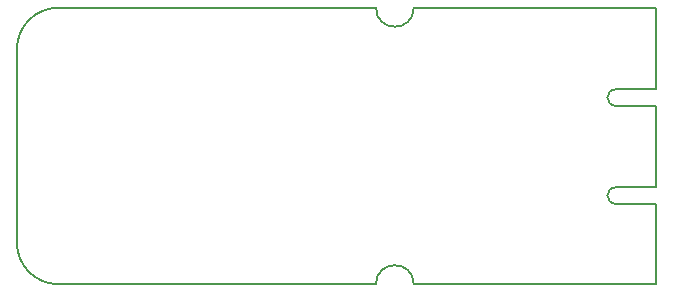
<source format=gm1>
G04 #@! TF.GenerationSoftware,KiCad,Pcbnew,5.1.6*
G04 #@! TF.CreationDate,2020-07-25T07:57:19-04:00*
G04 #@! TF.ProjectId,bldc-controller,626c6463-2d63-46f6-9e74-726f6c6c6572,rev?*
G04 #@! TF.SameCoordinates,Original*
G04 #@! TF.FileFunction,Profile,NP*
%FSLAX46Y46*%
G04 Gerber Fmt 4.6, Leading zero omitted, Abs format (unit mm)*
G04 Created by KiCad (PCBNEW 5.1.6) date 2020-07-25 07:57:19*
%MOMM*%
%LPD*%
G01*
G04 APERTURE LIST*
G04 #@! TA.AperFunction,Profile*
%ADD10C,0.152400*%
G04 #@! TD*
G04 APERTURE END LIST*
D10*
X75700000Y-108300000D02*
G75*
G02*
X75700000Y-106900000I0J700000D01*
G01*
X75700000Y-116600000D02*
G75*
G02*
X75700000Y-115200000I0J700000D01*
G01*
X79100000Y-116600000D02*
X79100000Y-123400000D01*
X79100000Y-108300000D02*
X79100000Y-115200000D01*
X75700000Y-116600000D02*
X79100000Y-116600000D01*
X79100000Y-115200000D02*
X75700000Y-115200000D01*
X75700000Y-108300000D02*
X79100000Y-108300000D01*
X79100000Y-106900000D02*
X75700000Y-106900000D01*
X58600000Y-100000000D02*
X79100000Y-100000000D01*
X58600000Y-123400000D02*
X79100000Y-123400000D01*
X55400000Y-100000000D02*
G75*
G03*
X58600000Y-100000000I1600000J0D01*
G01*
X58600000Y-123400000D02*
G75*
G03*
X55400000Y-123400000I-1600000J0D01*
G01*
X28500000Y-123400000D02*
G75*
G02*
X25000000Y-119900000I0J3500000D01*
G01*
X25000000Y-103500000D02*
G75*
G02*
X28500000Y-100000000I3500000J0D01*
G01*
X79100000Y-100000000D02*
X79100000Y-106900000D01*
X28500000Y-123400000D02*
X55400000Y-123400000D01*
X25000000Y-103500000D02*
X25000000Y-119900000D01*
X28500000Y-100000000D02*
X55400000Y-100000000D01*
M02*

</source>
